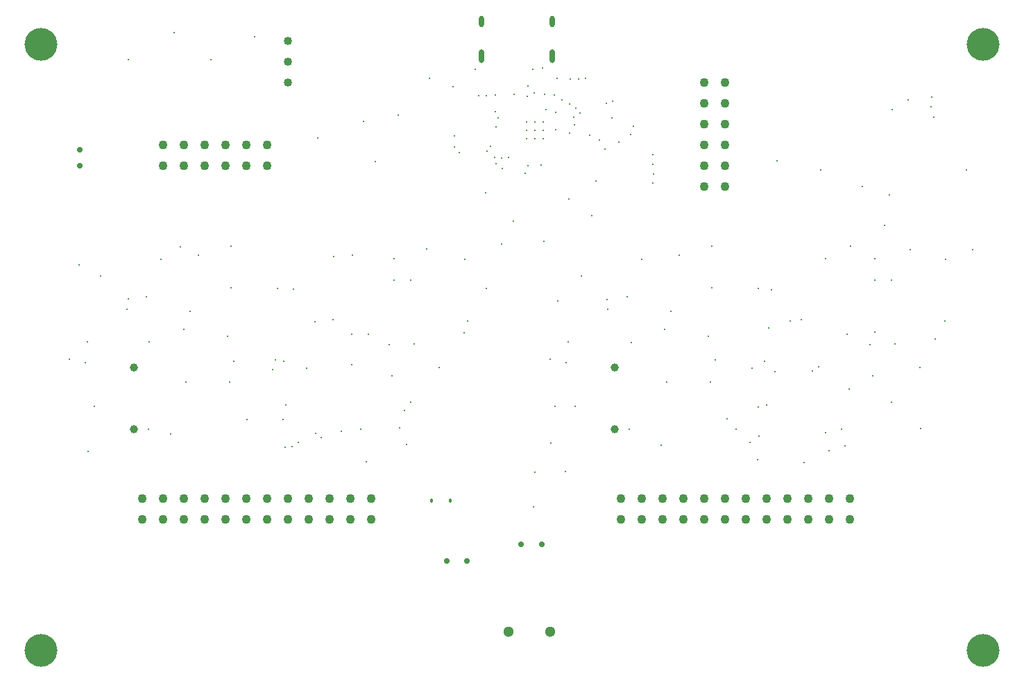
<source format=gbr>
%TF.GenerationSoftware,Altium Limited,Altium Designer,24.8.2 (39)*%
G04 Layer_Color=0*
%FSLAX45Y45*%
%MOMM*%
%TF.SameCoordinates,55E81912-07CE-4C71-A4AC-877ABC84EAD1*%
%TF.FilePolarity,Positive*%
%TF.FileFunction,Plated,1,4,PTH,Drill*%
%TF.Part,Single*%
G01*
G75*
%TA.AperFunction,OtherDrill,Pad Free-MT (120mm,79mm)*%
%ADD156C,4.00000*%
%TA.AperFunction,OtherDrill,Pad Free-MT (120mm,5mm)*%
%ADD157C,4.00000*%
%TA.AperFunction,OtherDrill,Pad Free-MT (5mm,5mm)*%
%ADD158C,4.00000*%
%TA.AperFunction,OtherDrill,Pad Free-MT (5mm,79mm)*%
%ADD159C,4.00000*%
%TA.AperFunction,ComponentDrill*%
%ADD160C,0.70000*%
%ADD161C,0.70000*%
%ADD162C,1.00000*%
%ADD163O,0.60000X1.70000*%
%ADD164O,0.60000X1.40000*%
%ADD165C,1.02000*%
%ADD166C,1.30002*%
%ADD167C,1.09982*%
%ADD168C,1.10002*%
%ADD169C,1.10002*%
%TA.AperFunction,ViaDrill,NotFilled*%
%ADD170C,0.30480*%
%ADD171C,0.30000*%
%ADD172C,0.45720*%
D156*
X12000000Y7900000D02*
D03*
D157*
Y500000D02*
D03*
D158*
X500000D02*
D03*
D159*
Y7900000D02*
D03*
D160*
X5454400Y1588000D02*
D03*
X5704400D02*
D03*
X6364800Y1791200D02*
D03*
X6614800D02*
D03*
D161*
X980000Y6414000D02*
D03*
Y6614000D02*
D03*
D162*
X1640400Y3200189D02*
D03*
Y3950200D02*
D03*
X7507800Y3200189D02*
D03*
Y3950200D02*
D03*
D163*
X5882000Y7757750D02*
D03*
X6746000D02*
D03*
D164*
X5882000Y8175750D02*
D03*
X6746000D02*
D03*
D165*
X3520000Y7430000D02*
D03*
Y7684000D02*
D03*
Y7938000D02*
D03*
D166*
X6212400Y724400D02*
D03*
X6720400D02*
D03*
D167*
X1742000Y2096000D02*
D03*
X2250000D02*
D03*
X2504000D02*
D03*
X2758000D02*
D03*
X1996000D02*
D03*
X1742000Y2350000D02*
D03*
X1996000D02*
D03*
X2758000D02*
D03*
X2504000D02*
D03*
X2250000D02*
D03*
X3266000Y2096000D02*
D03*
X3012000D02*
D03*
X4028000D02*
D03*
X3520000D02*
D03*
X3774000D02*
D03*
X4536000D02*
D03*
X4282000D02*
D03*
X3012000Y2350000D02*
D03*
X3520000D02*
D03*
X3266000D02*
D03*
X3774000D02*
D03*
X4536000D02*
D03*
X4028000D02*
D03*
X4282000D02*
D03*
X7584000Y2096000D02*
D03*
X8092000D02*
D03*
X8346000D02*
D03*
X8600000D02*
D03*
X7838000D02*
D03*
X7584000Y2350000D02*
D03*
X7838000D02*
D03*
X8600000D02*
D03*
X8346000D02*
D03*
X8092000D02*
D03*
X9108000Y2096000D02*
D03*
X8854000D02*
D03*
X9870000D02*
D03*
X9362000D02*
D03*
X9616000D02*
D03*
X10378000D02*
D03*
X10124000D02*
D03*
X8854000Y2350000D02*
D03*
X9362000D02*
D03*
X9108000D02*
D03*
X9616000D02*
D03*
X10378000D02*
D03*
X9870000D02*
D03*
X10124000D02*
D03*
D168*
X1996000Y6414000D02*
D03*
Y6668000D02*
D03*
X2250000D02*
D03*
Y6414000D02*
D03*
X2504000D02*
D03*
X3012000D02*
D03*
X2758000D02*
D03*
X3266000D02*
D03*
X2504000Y6668000D02*
D03*
X2758000D02*
D03*
X3266000D02*
D03*
X3012000D02*
D03*
D169*
X8600000Y6160000D02*
D03*
Y7430000D02*
D03*
Y7176000D02*
D03*
Y6922000D02*
D03*
Y6414000D02*
D03*
Y6668000D02*
D03*
X8854000Y6160000D02*
D03*
Y6414000D02*
D03*
Y6922000D02*
D03*
Y6668000D02*
D03*
Y7430000D02*
D03*
Y7176000D02*
D03*
D170*
X6052820Y6893560D02*
D03*
X6085400Y6998333D02*
D03*
X6438900Y7266940D02*
D03*
X6517673Y7303473D02*
D03*
X7556108Y6708688D02*
D03*
X6428300Y6747959D02*
D03*
X6528300D02*
D03*
Y6847959D02*
D03*
X6428300Y6947959D02*
D03*
Y6847959D02*
D03*
X6528249Y6947908D02*
D03*
X6628274Y6847934D02*
D03*
Y6747959D02*
D03*
X6628300Y6947959D02*
D03*
X4436940Y6960100D02*
D03*
X7383780Y6624320D02*
D03*
X7279200Y6231120D02*
D03*
X7736400Y6896600D02*
D03*
X5607880Y6576560D02*
D03*
X5549460Y6645140D02*
D03*
X5544380Y6782300D02*
D03*
X5933000Y6091420D02*
D03*
X11084120Y7224260D02*
D03*
X10893620Y7102340D02*
D03*
X11399080Y7008360D02*
D03*
X11366060Y7137900D02*
D03*
X11373680Y7259820D02*
D03*
X7482400Y7201400D02*
D03*
X7406200Y7176000D02*
D03*
X4586800Y6464800D02*
D03*
X5247200Y7480800D02*
D03*
X5534220Y7384280D02*
D03*
X6047300Y7074400D02*
D03*
D171*
X965200Y5207000D02*
D03*
X6449060Y7388860D02*
D03*
X6278880Y7289800D02*
D03*
X6905820Y2687820D02*
D03*
X4815400Y5283700D02*
D03*
X5801360Y7592060D02*
D03*
X5843270Y7273290D02*
D03*
X5938520D02*
D03*
X6050280Y7279640D02*
D03*
X6502400Y7594600D02*
D03*
X6441440Y6418580D02*
D03*
X6266180Y5737860D02*
D03*
X6603358Y6426842D02*
D03*
X7223760Y5811520D02*
D03*
X4861560Y7033260D02*
D03*
X3881933Y6756283D02*
D03*
X2125980Y8041640D02*
D03*
X7320280Y6728460D02*
D03*
X7195820Y6789420D02*
D03*
X6951540Y6817860D02*
D03*
X7150100Y7480300D02*
D03*
X7032187Y7120693D02*
D03*
X7076440Y7058660D02*
D03*
X6956105Y7168895D02*
D03*
X7002340Y7008360D02*
D03*
X3106420Y7990840D02*
D03*
X7066280Y7477760D02*
D03*
X2572580Y7717020D02*
D03*
X1569280Y7709400D02*
D03*
X6619234Y7608234D02*
D03*
X6804220Y7485316D02*
D03*
X6964240Y7478260D02*
D03*
X6669600Y7102340D02*
D03*
X6649280Y7287760D02*
D03*
X6784542Y6857858D02*
D03*
X7970080Y6205720D02*
D03*
X6781360Y7071860D02*
D03*
X7010475Y6919975D02*
D03*
X7977700Y6320020D02*
D03*
X7972620Y6436860D02*
D03*
X7967540Y6553700D02*
D03*
X7698300Y6802620D02*
D03*
X6857560Y7219180D02*
D03*
X6763580Y7282680D02*
D03*
X5990270Y6657960D02*
D03*
X5942407Y6598667D02*
D03*
X6207320Y6518140D02*
D03*
X6052380Y6441736D02*
D03*
X6039680Y6516870D02*
D03*
X6126040Y6510520D02*
D03*
X11868980Y5390380D02*
D03*
X6126040Y5464040D02*
D03*
X11106980Y5390380D02*
D03*
X5940620Y4917940D02*
D03*
X5211640Y5400540D02*
D03*
X5709480Y4524240D02*
D03*
X6532440Y2672580D02*
D03*
X6722940Y3030720D02*
D03*
X6517200Y2248400D02*
D03*
X11800400Y6363200D02*
D03*
X5666300Y4379460D02*
D03*
X7408740Y4780780D02*
D03*
X8688900Y5436100D02*
D03*
X9781100Y4539480D02*
D03*
X8879400Y3330440D02*
D03*
X7469700Y7003280D02*
D03*
X6641660Y5494520D02*
D03*
X7101400Y5067800D02*
D03*
X8295200Y5321800D02*
D03*
X10075740Y5283700D02*
D03*
X7838000Y5271000D02*
D03*
X10380540Y5438640D02*
D03*
X7660200Y4813800D02*
D03*
X6128580Y6380980D02*
D03*
X6811840Y4768080D02*
D03*
X5361500Y3950200D02*
D03*
X6776280Y3480300D02*
D03*
X9920800Y3912100D02*
D03*
X9816660Y2797040D02*
D03*
X10124000Y2941820D02*
D03*
X8067870Y3006590D02*
D03*
X9252780Y3472680D02*
D03*
X8983540Y3200900D02*
D03*
X11411780Y4298180D02*
D03*
X9643940Y4524240D02*
D03*
X9245160Y2827520D02*
D03*
X9463600Y3907020D02*
D03*
X9181660Y3947660D02*
D03*
X9420420Y4902700D02*
D03*
X9158800Y3043420D02*
D03*
X9265480Y3114540D02*
D03*
X10677720Y4382000D02*
D03*
X10619300Y4229600D02*
D03*
X11233980Y3208520D02*
D03*
X10314500Y3000240D02*
D03*
X10078280Y3160260D02*
D03*
X10276400Y3200900D02*
D03*
X10362760Y3691120D02*
D03*
X10337360Y4356600D02*
D03*
X9994460Y3965440D02*
D03*
X8676200Y3772400D02*
D03*
X9362000Y3493000D02*
D03*
X9387400Y4432800D02*
D03*
X7708460Y4260080D02*
D03*
X8734620Y4046720D02*
D03*
X1081600Y2926580D02*
D03*
X2206820Y5431020D02*
D03*
X2326200Y4636000D02*
D03*
X2250000Y4420100D02*
D03*
X3017080Y3321550D02*
D03*
X4500440Y4356600D02*
D03*
X1970600Y5271000D02*
D03*
X1566740Y4788400D02*
D03*
X1792800Y4813800D02*
D03*
X3850200Y4516620D02*
D03*
X4067369Y4540472D02*
D03*
X2851980Y4034020D02*
D03*
X1823280Y4265160D02*
D03*
X3570800Y2987540D02*
D03*
X3479360Y2977380D02*
D03*
X3359980Y4044180D02*
D03*
X4475040Y2804660D02*
D03*
X3583500Y4912860D02*
D03*
X3740980Y3942580D02*
D03*
X3852305Y3148009D02*
D03*
X3329500Y3924800D02*
D03*
X3469200Y4026400D02*
D03*
X3647000Y3035800D02*
D03*
X3456500Y3315200D02*
D03*
X4078800Y5309100D02*
D03*
X3494600Y3493000D02*
D03*
X4167700Y3175500D02*
D03*
X4409000Y3200900D02*
D03*
X4942400Y3430882D02*
D03*
X4967800Y3016750D02*
D03*
X4307400Y5321800D02*
D03*
X3926400Y3099300D02*
D03*
X2084900Y3137400D02*
D03*
X1818200Y3200900D02*
D03*
X2275400Y3772400D02*
D03*
X4790000Y3848600D02*
D03*
X4294700Y3988300D02*
D03*
X5018600Y3531100D02*
D03*
X4878900Y3213600D02*
D03*
X2808800Y3772400D02*
D03*
X1157800Y3480300D02*
D03*
X5679000Y5271000D02*
D03*
X4815400Y5017000D02*
D03*
X5056700Y4242300D02*
D03*
X4751900Y4229600D02*
D03*
X5018600Y5017000D02*
D03*
X4294700Y4356600D02*
D03*
X2821500Y4928100D02*
D03*
Y5436100D02*
D03*
X3393000Y4915400D02*
D03*
X2427800Y5321800D02*
D03*
X2783400Y4331200D02*
D03*
X853000Y4051800D02*
D03*
X1043500Y4013700D02*
D03*
X1068900Y4267700D02*
D03*
X1551500Y4661400D02*
D03*
X1234000Y5067800D02*
D03*
X10860600Y6058400D02*
D03*
X8117400Y4420100D02*
D03*
X8193600Y4636000D02*
D03*
X6936300Y4267700D02*
D03*
X6720400Y4051800D02*
D03*
X6910900Y4013700D02*
D03*
X7025200Y3480300D02*
D03*
X7685600Y3200900D02*
D03*
X10657400Y3848600D02*
D03*
X10797100Y5690100D02*
D03*
X10682800Y5017000D02*
D03*
X11533700Y4521700D02*
D03*
X8688900Y4928100D02*
D03*
X8142800Y3772400D02*
D03*
X10886000Y5017000D02*
D03*
X10682800Y5283700D02*
D03*
X10924100Y4242300D02*
D03*
X10886000Y3531100D02*
D03*
X9260400Y4915400D02*
D03*
X9336600Y4026400D02*
D03*
X11228900Y3950200D02*
D03*
X11546400Y5271000D02*
D03*
X7418900Y4661400D02*
D03*
X8650800Y4331200D02*
D03*
X9489000Y6477500D02*
D03*
X10022400Y6363200D02*
D03*
X10530400Y6160000D02*
D03*
X6949000Y6007600D02*
D03*
X6415600Y6325100D02*
D03*
D172*
X5501200Y2324600D02*
D03*
X5272600D02*
D03*
%TF.MD5,b603431855c2f947e5d09f1b4890e97b*%
M02*

</source>
